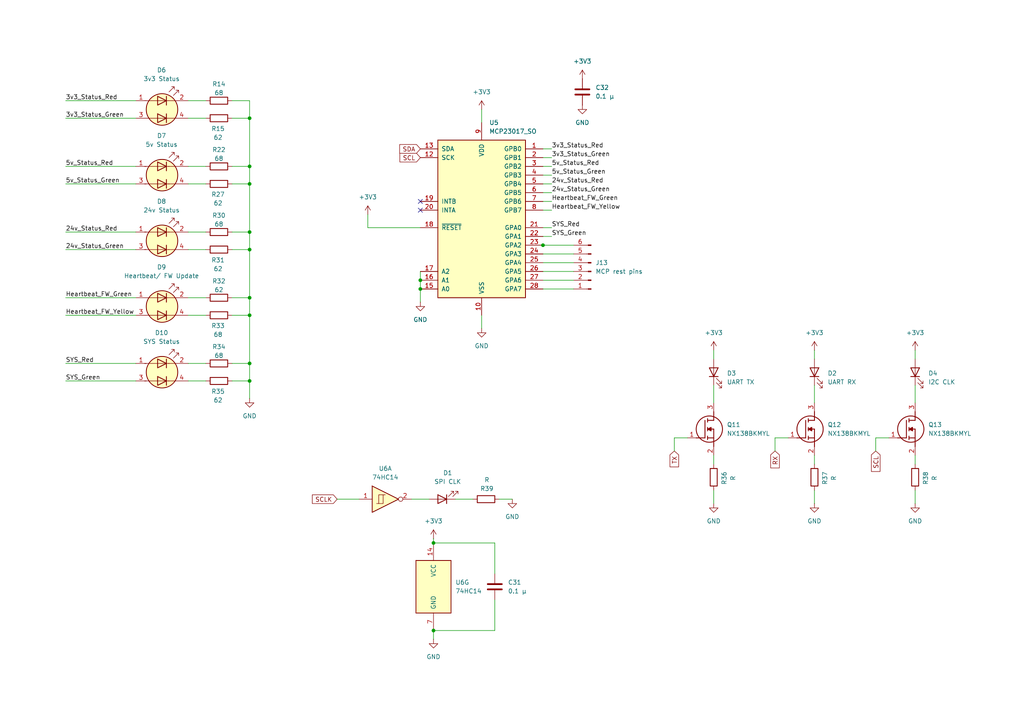
<source format=kicad_sch>
(kicad_sch (version 20231120) (generator "eeschema") (generator_version "8.0")
  (paper "A4")
  (lib_symbols
    (symbol "74xx:74HC14" (pin_names (offset 1.016))
      (property "Reference" "U" (at 0 1.27 0))
      (property "Value" "74HC14" (at 0 -1.27 0))
      (symbol "74HC14_1_0"
        (polyline (pts (xy -3.81 3.81) (xy -3.81 -3.81) (xy 3.81 0) (xy -3.81 3.81)) (stroke (width 0.254)) (fill (type background)))
        (pin input line (at -7.62 0 0) (length 3.81) (name "~") (number "1"))
        (pin output inverted (at 7.62 0 180) (length 3.81) (name "~") (number "2"))
      )
      (symbol "74HC14_1_1"
        (polyline (pts (xy -1.905 -1.27) (xy -1.905 1.27) (xy -0.635 1.27)))
        (polyline (pts (xy -2.54 -1.27) (xy -0.635 -1.27) (xy -0.635 1.27) (xy 0 1.27)))
      )
      (symbol "74HC14_2_0"
        (polyline (pts (xy -3.81 3.81) (xy -3.81 -3.81) (xy 3.81 0) (xy -3.81 3.81)) (stroke (width 0.254)) (fill (type background)))
        (pin input line (at -7.62 0 0) (length 3.81) (name "~") (number "3"))
        (pin output inverted (at 7.62 0 180) (length 3.81) (name "~") (number "4"))
      )
      (symbol "74HC14_2_1"
        (polyline (pts (xy -1.905 -1.27) (xy -1.905 1.27) (xy -0.635 1.27)))
        (polyline (pts (xy -2.54 -1.27) (xy -0.635 -1.27) (xy -0.635 1.27) (xy 0 1.27)))
      )
      (symbol "74HC14_3_0"
        (polyline (pts (xy -3.81 3.81) (xy -3.81 -3.81) (xy 3.81 0) (xy -3.81 3.81)) (stroke (width 0.254)) (fill (type background)))
        (pin input line (at -7.62 0 0) (length 3.81) (name "~") (number "5"))
        (pin output inverted (at 7.62 0 180) (length 3.81) (name "~") (number "6"))
      )
      (symbol "74HC14_3_1"
        (polyline (pts (xy -1.905 -1.27) (xy -1.905 1.27) (xy -0.635 1.27)))
        (polyline (pts (xy -2.54 -1.27) (xy -0.635 -1.27) (xy -0.635 1.27) (xy 0 1.27)))
      )
      (symbol "74HC14_4_0"
        (polyline (pts (xy -3.81 3.81) (xy -3.81 -3.81) (xy 3.81 0) (xy -3.81 3.81)) (stroke (width 0.254)) (fill (type background)))
        (pin output inverted (at 7.62 0 180) (length 3.81) (name "~") (number "8"))
        (pin input line (at -7.62 0 0) (length 3.81) (name "~") (number "9"))
      )
      (symbol "74HC14_4_1"
        (polyline (pts (xy -1.905 -1.27) (xy -1.905 1.27) (xy -0.635 1.27)))
        (polyline (pts (xy -2.54 -1.27) (xy -0.635 -1.27) (xy -0.635 1.27) (xy 0 1.27)))
      )
      (symbol "74HC14_5_0"
        (polyline (pts (xy -3.81 3.81) (xy -3.81 -3.81) (xy 3.81 0) (xy -3.81 3.81)) (stroke (width 0.254)) (fill (type background)))
        (pin output inverted (at 7.62 0 180) (length 3.81) (name "~") (number "10"))
        (pin input line (at -7.62 0 0) (length 3.81) (name "~") (number "11"))
      )
      (symbol "74HC14_5_1"
        (polyline (pts (xy -1.905 -1.27) (xy -1.905 1.27) (xy -0.635 1.27)))
        (polyline (pts (xy -2.54 -1.27) (xy -0.635 -1.27) (xy -0.635 1.27) (xy 0 1.27)))
      )
      (symbol "74HC14_6_0"
        (polyline (pts (xy -3.81 3.81) (xy -3.81 -3.81) (xy 3.81 0) (xy -3.81 3.81)) (stroke (width 0.254)) (fill (type background)))
        (pin output inverted (at 7.62 0 180) (length 3.81) (name "~") (number "12"))
        (pin input line (at -7.62 0 0) (length 3.81) (name "~") (number "13"))
      )
      (symbol "74HC14_6_1"
        (polyline (pts (xy -1.905 -1.27) (xy -1.905 1.27) (xy -0.635 1.27)))
        (polyline (pts (xy -2.54 -1.27) (xy -0.635 -1.27) (xy -0.635 1.27) (xy 0 1.27)))
      )
      (symbol "74HC14_7_0"
        (pin power_in line (at 0 12.7 270) (length 5.08) (name "VCC") (number "14"))
        (pin power_in line (at 0 -12.7 90) (length 5.08) (name "GND") (number "7"))
      )
      (symbol "74HC14_7_1"
        (rectangle (start -5.08 7.62) (end 5.08 -7.62) (stroke (width 0.254)) (fill (type background)))
      )
    )
    (symbol "Connector:Conn_01x06_Pin" (pin_names (offset 1.016) hide)
      (property "Reference" "J" (at 0 7.62 0))
      (property "Value" "Conn_01x06_Pin" (at 0 -10.16 0))
      (symbol "Conn_01x06_Pin_1_1"
        (polyline (pts (xy 1.27 -7.62) (xy 0.8636 -7.62)) (stroke (width 0.1524)))
        (polyline (pts (xy 1.27 -5.08) (xy 0.8636 -5.08)) (stroke (width 0.1524)))
        (polyline (pts (xy 1.27 -2.54) (xy 0.8636 -2.54)) (stroke (width 0.1524)))
        (polyline (pts (xy 1.27 0) (xy 0.8636 0)) (stroke (width 0.1524)))
        (polyline (pts (xy 1.27 2.54) (xy 0.8636 2.54)) (stroke (width 0.1524)))
        (polyline (pts (xy 1.27 5.08) (xy 0.8636 5.08)) (stroke (width 0.1524)))
        (rectangle (start 0.8636 -7.493) (end 0 -7.747) (stroke (width 0.1524)) (fill (type outline)))
        (rectangle (start 0.8636 -4.953) (end 0 -5.207) (stroke (width 0.1524)) (fill (type outline)))
        (rectangle (start 0.8636 -2.413) (end 0 -2.667) (stroke (width 0.1524)) (fill (type outline)))
        (rectangle (start 0.8636 0.127) (end 0 -0.127) (stroke (width 0.1524)) (fill (type outline)))
        (rectangle (start 0.8636 2.667) (end 0 2.413) (stroke (width 0.1524)) (fill (type outline)))
        (rectangle (start 0.8636 5.207) (end 0 4.953) (stroke (width 0.1524)) (fill (type outline)))
        (pin passive line (at 5.08 5.08 180) (length 3.81) (name "Pin_1") (number "1"))
        (pin passive line (at 5.08 2.54 180) (length 3.81) (name "Pin_2") (number "2"))
        (pin passive line (at 5.08 0 180) (length 3.81) (name "Pin_3") (number "3"))
        (pin passive line (at 5.08 -2.54 180) (length 3.81) (name "Pin_4") (number "4"))
        (pin passive line (at 5.08 -5.08 180) (length 3.81) (name "Pin_5") (number "5"))
        (pin passive line (at 5.08 -7.62 180) (length 3.81) (name "Pin_6") (number "6"))
      )
    )
    (symbol "Device:C" (pin_numbers hide) (pin_names (offset 0.254))
      (property "Reference" "C" (at 0.635 2.54 0))
      (property "Value" "C" (at 0.635 -2.54 0))
      (symbol "C_0_1"
        (polyline (pts (xy -2.032 -0.762) (xy 2.032 -0.762)) (stroke (width 0.508)))
        (polyline (pts (xy -2.032 0.762) (xy 2.032 0.762)) (stroke (width 0.508)))
      )
      (symbol "C_1_1"
        (pin passive line (at 0 3.81 270) (length 2.794) (name "~") (number "1"))
        (pin passive line (at 0 -3.81 90) (length 2.794) (name "~") (number "2"))
      )
    )
    (symbol "Device:LED" (pin_numbers hide) (pin_names (offset 1.016) hide)
      (property "Reference" "D" (at 0 2.54 0))
      (property "Value" "LED" (at 0 -2.54 0))
      (symbol "LED_0_1"
        (polyline (pts (xy -1.27 -1.27) (xy -1.27 1.27)) (stroke (width 0.254)))
        (polyline (pts (xy -1.27 0) (xy 1.27 0)))
        (polyline (pts (xy 1.27 -1.27) (xy 1.27 1.27) (xy -1.27 0) (xy 1.27 -1.27)) (stroke (width 0.254)))
        (polyline (pts (xy -3.048 -0.762) (xy -4.572 -2.286) (xy -3.81 -2.286) (xy -4.572 -2.286) (xy -4.572 -1.524)))
        (polyline (pts (xy -1.778 -0.762) (xy -3.302 -2.286) (xy -2.54 -2.286) (xy -3.302 -2.286) (xy -3.302 -1.524)))
      )
      (symbol "LED_1_1"
        (pin passive line (at -3.81 0 0) (length 2.54) (name "K") (number "1"))
        (pin passive line (at 3.81 0 180) (length 2.54) (name "A") (number "2"))
      )
    )
    (symbol "Device:LED_Dual_AKAK" (pin_names (offset 0) hide)
      (property "Reference" "D" (at 0 5.715 0))
      (property "Value" "LED_Dual_AKAK" (at 0 -6.35 0))
      (symbol "LED_Dual_AKAK_0_1"
        (polyline (pts (xy -5.08 -2.54) (xy 2.032 -2.54)))
        (polyline (pts (xy -5.08 2.54) (xy 2.032 2.54)))
        (polyline (pts (xy 1.27 -1.27) (xy 1.27 -3.81)) (stroke (width 0.254)))
        (polyline (pts (xy 1.27 3.81) (xy 1.27 1.27)) (stroke (width 0.254)))
        (polyline (pts (xy 3.81 -2.54) (xy 1.905 -2.54)))
        (polyline (pts (xy 3.81 2.54) (xy 1.905 2.54)))
        (polyline (pts (xy -1.27 -1.27) (xy -1.27 -3.81) (xy 1.27 -2.54) (xy -1.27 -1.27)) (stroke (width 0.254)))
        (polyline (pts (xy -1.27 3.81) (xy -1.27 1.27) (xy 1.27 2.54) (xy -1.27 3.81)) (stroke (width 0.254)))
        (polyline (pts (xy 2.032 5.08) (xy 3.556 6.604) (xy 2.794 6.604) (xy 3.556 6.604) (xy 3.556 5.842)))
        (polyline (pts (xy 3.302 4.064) (xy 4.826 5.588) (xy 4.064 5.588) (xy 4.826 5.588) (xy 4.826 4.826)))
        (circle (center 0 0) (radius 4.572) (stroke (width 0.254)) (fill (type background)))
      )
      (symbol "LED_Dual_AKAK_1_1"
        (pin input line (at -7.62 2.54 0) (length 3.048) (name "A1") (number "1"))
        (pin input line (at 7.62 2.54 180) (length 3.81) (name "K1") (number "2"))
        (pin input line (at -7.62 -2.54 0) (length 3.048) (name "A2") (number "3"))
        (pin input line (at 7.62 -2.54 180) (length 3.81) (name "K2") (number "4"))
      )
    )
    (symbol "Device:R" (pin_numbers hide) (pin_names (offset 0))
      (property "Reference" "R" (at 2.032 0 90))
      (property "Value" "R" (at 0 0 90))
      (symbol "R_0_1"
        (rectangle (start -1.016 -2.54) (end 1.016 2.54) (stroke (width 0.254)))
      )
      (symbol "R_1_1"
        (pin passive line (at 0 3.81 270) (length 1.27) (name "~") (number "1"))
        (pin passive line (at 0 -3.81 90) (length 1.27) (name "~") (number "2"))
      )
    )
    (symbol "Interface_Expansion:MCP23017_SO" (pin_names (offset 1.016))
      (property "Reference" "U" (at -11.43 24.13 0))
      (property "Value" "MCP23017_SO" (at 0 0 0))
      (symbol "MCP23017_SO_0_1"
        (rectangle (start -12.7 22.86) (end 12.7 -22.86) (stroke (width 0.254)) (fill (type background)))
      )
      (symbol "MCP23017_SO_1_1"
        (pin bidirectional line (at 17.78 20.32 180) (length 5.08) (name "GPB0") (number "1"))
        (pin power_in line (at 0 -27.94 90) (length 5.08) (name "VSS") (number "10"))
        (pin no_connect line (at -12.7 15.24 0) (length 5.08) hide (name "NC") (number "11"))
        (pin input line (at -17.78 17.78 0) (length 5.08) (name "SCK") (number "12"))
        (pin bidirectional line (at -17.78 20.32 0) (length 5.08) (name "SDA") (number "13"))
        (pin no_connect line (at -12.7 12.7 0) (length 5.08) hide (name "NC") (number "14"))
        (pin input line (at -17.78 -20.32 0) (length 5.08) (name "A0") (number "15"))
        (pin input line (at -17.78 -17.78 0) (length 5.08) (name "A1") (number "16"))
        (pin input line (at -17.78 -15.24 0) (length 5.08) (name "A2") (number "17"))
        (pin input line (at -17.78 -2.54 0) (length 5.08) (name "~{RESET}") (number "18"))
        (pin tri_state line (at -17.78 5.08 0) (length 5.08) (name "INTB") (number "19"))
        (pin bidirectional line (at 17.78 17.78 180) (length 5.08) (name "GPB1") (number "2"))
        (pin tri_state line (at -17.78 2.54 0) (length 5.08) (name "INTA") (number "20"))
        (pin bidirectional line (at 17.78 -2.54 180) (length 5.08) (name "GPA0") (number "21"))
        (pin bidirectional line (at 17.78 -5.08 180) (length 5.08) (name "GPA1") (number "22"))
        (pin bidirectional line (at 17.78 -7.62 180) (length 5.08) (name "GPA2") (number "23"))
        (pin bidirectional line (at 17.78 -10.16 180) (length 5.08) (name "GPA3") (number "24"))
        (pin bidirectional line (at 17.78 -12.7 180) (length 5.08) (name "GPA4") (number "25"))
        (pin bidirectional line (at 17.78 -15.24 180) (length 5.08) (name "GPA5") (number "26"))
        (pin bidirectional line (at 17.78 -17.78 180) (length 5.08) (name "GPA6") (number "27"))
        (pin output line (at 17.78 -20.32 180) (length 5.08) (name "GPA7") (number "28"))
        (pin bidirectional line (at 17.78 15.24 180) (length 5.08) (name "GPB2") (number "3"))
        (pin bidirectional line (at 17.78 12.7 180) (length 5.08) (name "GPB3") (number "4"))
        (pin bidirectional line (at 17.78 10.16 180) (length 5.08) (name "GPB4") (number "5"))
        (pin bidirectional line (at 17.78 7.62 180) (length 5.08) (name "GPB5") (number "6"))
        (pin bidirectional line (at 17.78 5.08 180) (length 5.08) (name "GPB6") (number "7"))
        (pin output line (at 17.78 2.54 180) (length 5.08) (name "GPB7") (number "8"))
        (pin power_in line (at 0 27.94 270) (length 5.08) (name "VDD") (number "9"))
      )
    )
    (symbol "misc:NX138BKMYL" (pin_names hide)
      (property "Reference" "Q" (at 11.43 3.81 0))
      (property "Value" "NX138BKMYL" (at 11.43 1.27 0))
      (symbol "NX138BKMYL_1_1"
        (polyline (pts (xy 2.54 0) (xy 5.08 0)) (stroke (width 0.254)))
        (polyline (pts (xy 5.08 5.08) (xy 5.08 0)) (stroke (width 0.254)))
        (polyline (pts (xy 5.842 -0.508) (xy 5.842 0.508)) (stroke (width 0.254)))
        (polyline (pts (xy 5.842 0) (xy 7.62 0)) (stroke (width 0.254)))
        (polyline (pts (xy 5.842 2.032) (xy 5.842 3.048)) (stroke (width 0.254)))
        (polyline (pts (xy 5.842 5.588) (xy 5.842 4.572)) (stroke (width 0.254)))
        (polyline (pts (xy 7.62 2.54) (xy 5.842 2.54)) (stroke (width 0.254)))
        (polyline (pts (xy 7.62 2.54) (xy 7.62 -2.54)) (stroke (width 0.254)))
        (polyline (pts (xy 7.62 5.08) (xy 5.842 5.08)) (stroke (width 0.254)))
        (polyline (pts (xy 7.62 5.08) (xy 7.62 7.62)) (stroke (width 0.254)))
        (polyline (pts (xy 5.842 2.54) (xy 6.858 3.048) (xy 6.858 2.032) (xy 5.842 2.54)) (stroke (width 0.254)) (fill (type outline)))
        (circle (center 6.35 2.54) (radius 3.81) (stroke (width 0.254)))
        (pin passive line (at 0 0 0) (length 2.54) (name "G") (number "1"))
        (pin passive line (at 7.62 -5.08 90) (length 2.54) (name "S") (number "2"))
        (pin passive line (at 7.62 10.16 270) (length 2.54) (name "D") (number "3"))
      )
    )
    (symbol "power:+3V3" (power) (pin_numbers hide) (pin_names (offset 0) hide)
      (property "Value" "+3V3" (at 0 3.556 0))
      (symbol "+3V3_0_1"
        (polyline (pts (xy -0.762 1.27) (xy 0 2.54)))
        (polyline (pts (xy 0 0) (xy 0 2.54)))
        (polyline (pts (xy 0 2.54) (xy 0.762 1.27)))
      )
      (symbol "+3V3_1_1"
        (pin power_in line (at 0 0 90) (length 0) (name "~") (number "1"))
      )
    )
    (symbol "power:GND" (power) (pin_numbers hide) (pin_names (offset 0) hide)
      (property "Value" "GND" (at 0 -3.81 0))
      (symbol "GND_0_1"
        (polyline (pts (xy 0 0) (xy 0 -1.27) (xy 1.27 -1.27) (xy 0 -2.54) (xy -1.27 -1.27) (xy 0 -1.27)))
      )
      (symbol "GND_1_1"
        (pin power_in line (at 0 0 270) (length 0) (name "~") (number "1"))
      )
    )
  )
  (junction (at 72.39 105.41))
  (junction (at 72.39 91.44))
  (junction (at 72.39 86.36))
  (junction (at 121.92 83.82))
  (junction (at 72.39 48.26))
  (junction (at 125.73 182.88))
  (junction (at 72.39 72.39))
  (junction (at 121.92 81.28))
  (junction (at 72.39 67.31))
  (junction (at 157.48 71.12))
  (junction (at 125.73 157.48))
  (junction (at 72.39 110.49))
  (junction (at 72.39 53.34))
  (junction (at 72.39 34.29))
  (no_connect (at 121.92 60.96))
  (no_connect (at 121.92 58.42))
  (wire (pts (xy 72.39 86.36) (xy 67.31 86.36)))
  (wire (pts (xy 166.37 71.12) (xy 157.48 71.12)))
  (wire (pts (xy 59.69 86.36) (xy 54.61 86.36)))
  (wire (pts (xy 72.39 72.39) (xy 72.39 86.36)))
  (wire (pts (xy 121.92 78.74) (xy 121.92 81.28)))
  (wire (pts (xy 72.39 110.49) (xy 72.39 115.57)))
  (wire (pts (xy 236.22 111.76) (xy 236.22 116.84)))
  (wire (pts (xy 72.39 91.44) (xy 67.31 91.44)))
  (wire (pts (xy 72.39 29.21) (xy 72.39 34.29)))
  (wire (pts (xy 72.39 72.39) (xy 67.31 72.39)))
  (wire (pts (xy 72.39 105.41) (xy 72.39 110.49)))
  (wire (pts (xy 265.43 132.08) (xy 265.43 134.62)))
  (wire (pts (xy 19.05 110.49) (xy 39.37 110.49)))
  (wire (pts (xy 125.73 156.21) (xy 125.73 157.48)))
  (wire (pts (xy 72.39 48.26) (xy 67.31 48.26)))
  (wire (pts (xy 157.48 55.88) (xy 160.02 55.88)))
  (wire (pts (xy 148.59 144.78) (xy 144.78 144.78)))
  (wire (pts (xy 72.39 29.21) (xy 67.31 29.21)))
  (wire (pts (xy 157.48 60.96) (xy 160.02 60.96)))
  (wire (pts (xy 72.39 53.34) (xy 72.39 67.31)))
  (wire (pts (xy 19.05 72.39) (xy 39.37 72.39)))
  (wire (pts (xy 72.39 48.26) (xy 72.39 53.34)))
  (wire (pts (xy 236.22 142.24) (xy 236.22 146.05)))
  (wire (pts (xy 254 130.81) (xy 254 127)))
  (wire (pts (xy 254 127) (xy 257.81 127)))
  (wire (pts (xy 157.48 83.82) (xy 166.37 83.82)))
  (wire (pts (xy 132.08 144.78) (xy 137.16 144.78)))
  (wire (pts (xy 207.01 101.6) (xy 207.01 104.14)))
  (wire (pts (xy 139.7 31.75) (xy 139.7 35.56)))
  (wire (pts (xy 72.39 110.49) (xy 67.31 110.49)))
  (wire (pts (xy 119.38 144.78) (xy 124.46 144.78)))
  (wire (pts (xy 19.05 34.29) (xy 39.37 34.29)))
  (wire (pts (xy 19.05 86.36) (xy 39.37 86.36)))
  (wire (pts (xy 265.43 111.76) (xy 265.43 116.84)))
  (wire (pts (xy 72.39 86.36) (xy 72.39 91.44)))
  (wire (pts (xy 72.39 34.29) (xy 72.39 48.26)))
  (wire (pts (xy 19.05 48.26) (xy 39.37 48.26)))
  (wire (pts (xy 157.48 53.34) (xy 160.02 53.34)))
  (wire (pts (xy 19.05 105.41) (xy 39.37 105.41)))
  (wire (pts (xy 97.79 144.78) (xy 104.14 144.78)))
  (wire (pts (xy 265.43 142.24) (xy 265.43 146.05)))
  (wire (pts (xy 19.05 91.44) (xy 39.37 91.44)))
  (wire (pts (xy 157.48 50.8) (xy 160.02 50.8)))
  (wire (pts (xy 224.79 130.81) (xy 224.79 127)))
  (wire (pts (xy 157.48 66.04) (xy 160.02 66.04)))
  (wire (pts (xy 59.69 48.26) (xy 54.61 48.26)))
  (wire (pts (xy 236.22 101.6) (xy 236.22 104.14)))
  (wire (pts (xy 59.69 67.31) (xy 54.61 67.31)))
  (wire (pts (xy 166.37 73.66) (xy 157.48 73.66)))
  (wire (pts (xy 157.48 78.74) (xy 166.37 78.74)))
  (wire (pts (xy 195.58 127) (xy 199.39 127)))
  (wire (pts (xy 59.69 34.29) (xy 54.61 34.29)))
  (wire (pts (xy 19.05 29.21) (xy 39.37 29.21)))
  (wire (pts (xy 207.01 111.76) (xy 207.01 116.84)))
  (wire (pts (xy 121.92 87.63) (xy 121.92 83.82)))
  (wire (pts (xy 72.39 34.29) (xy 67.31 34.29)))
  (wire (pts (xy 236.22 132.08) (xy 236.22 134.62)))
  (wire (pts (xy 143.51 166.37) (xy 143.51 157.48)))
  (wire (pts (xy 72.39 67.31) (xy 67.31 67.31)))
  (wire (pts (xy 157.48 76.2) (xy 166.37 76.2)))
  (wire (pts (xy 157.48 81.28) (xy 166.37 81.28)))
  (wire (pts (xy 59.69 72.39) (xy 54.61 72.39)))
  (wire (pts (xy 19.05 53.34) (xy 39.37 53.34)))
  (wire (pts (xy 139.7 95.25) (xy 139.7 91.44)))
  (wire (pts (xy 72.39 67.31) (xy 72.39 72.39)))
  (wire (pts (xy 59.69 105.41) (xy 54.61 105.41)))
  (wire (pts (xy 72.39 91.44) (xy 72.39 105.41)))
  (wire (pts (xy 143.51 157.48) (xy 125.73 157.48)))
  (wire (pts (xy 265.43 101.6) (xy 265.43 104.14)))
  (wire (pts (xy 59.69 91.44) (xy 54.61 91.44)))
  (wire (pts (xy 143.51 173.99) (xy 143.51 182.88)))
  (wire (pts (xy 59.69 110.49) (xy 54.61 110.49)))
  (wire (pts (xy 157.48 58.42) (xy 160.02 58.42)))
  (wire (pts (xy 156.21 71.12) (xy 157.48 71.12)))
  (wire (pts (xy 19.05 67.31) (xy 39.37 67.31)))
  (wire (pts (xy 207.01 142.24) (xy 207.01 146.05)))
  (wire (pts (xy 72.39 53.34) (xy 67.31 53.34)))
  (wire (pts (xy 125.73 185.42) (xy 125.73 182.88)))
  (wire (pts (xy 59.69 53.34) (xy 54.61 53.34)))
  (wire (pts (xy 106.68 62.23) (xy 106.68 66.04)))
  (wire (pts (xy 106.68 66.04) (xy 121.92 66.04)))
  (wire (pts (xy 157.48 68.58) (xy 160.02 68.58)))
  (wire (pts (xy 72.39 105.41) (xy 67.31 105.41)))
  (wire (pts (xy 157.48 43.18) (xy 160.02 43.18)))
  (wire (pts (xy 195.58 130.81) (xy 195.58 127)))
  (wire (pts (xy 157.48 48.26) (xy 160.02 48.26)))
  (wire (pts (xy 224.79 127) (xy 228.6 127)))
  (wire (pts (xy 157.48 45.72) (xy 160.02 45.72)))
  (wire (pts (xy 59.69 29.21) (xy 54.61 29.21)))
  (wire (pts (xy 121.92 81.28) (xy 121.92 83.82)))
  (wire (pts (xy 143.51 182.88) (xy 125.73 182.88)))
  (wire (pts (xy 207.01 132.08) (xy 207.01 134.62)))
  (label "24v_Status_Green" (at 160.02 55.88 0))
  (label "SYS_Green" (at 160.02 68.58 0))
  (label "Heartbeat_FW_Yellow" (at 19.05 91.44 0))
  (label "3v3_Status_Red" (at 19.05 29.21 0))
  (label "SYS_Green" (at 19.05 110.49 0))
  (label "5v_Status_Red" (at 19.05 48.26 0))
  (label "SYS_Red" (at 160.02 66.04 0))
  (label "24v_Status_Red" (at 19.05 67.31 0))
  (label "SYS_Red" (at 19.05 105.41 0))
  (label "Heartbeat_FW_Green" (at 19.05 86.36 0))
  (label "Heartbeat_FW_Yellow" (at 160.02 60.96 0))
  (label "24v_Status_Green" (at 19.05 72.39 0))
  (label "3v3_Status_Green" (at 19.05 34.29 0))
  (label "5v_Status_Red" (at 160.02 48.26 0))
  (label "5v_Status_Green" (at 19.05 53.34 0))
  (label "24v_Status_Red" (at 160.02 53.34 0))
  (label "Heartbeat_FW_Green" (at 160.02 58.42 0))
  (label "3v3_Status_Red" (at 160.02 43.18 0))
  (label "5v_Status_Green" (at 160.02 50.8 0))
  (label "3v3_Status_Green" (at 160.02 45.72 0))
  (global_label "RX" (shape input) (at 224.79 130.81 270) (property "Intersheetrefs" "${INTERSHEET_REFS}" (effects (hide yes))))
  (global_label "SCLK" (shape input) (at 97.79 144.78 180) (property "Intersheetrefs" "${INTERSHEET_REFS}" (effects (hide yes))))
  (global_label "SCL" (shape input) (at 254 130.81 270) (property "Intersheetrefs" "${INTERSHEET_REFS}" (effects (hide yes))))
  (global_label "SDA" (shape input) (at 121.92 43.18 180) (property "Intersheetrefs" "${INTERSHEET_REFS}" (effects (hide yes))))
  (global_label "TX" (shape input) (at 195.58 130.81 270) (property "Intersheetrefs" "${INTERSHEET_REFS}" (effects (hide yes))))
  (global_label "SCL" (shape input) (at 121.92 45.72 180) (property "Intersheetrefs" "${INTERSHEET_REFS}" (effects (hide yes))))
  (symbol (lib_id "power:GND") (at 168.91 30.48 0) (unit 1)
    (property "Reference" "#PWR0118" (effects (hide yes)))
    (property "Value" "GND" (at 168.91 35.56 0))
    (property "Description" "Power symbol creates a global label with name \"GND\" , ground" (effects (hide yes)))
  )
  (symbol (lib_id "Device:LED") (at 236.22 107.95 90) (unit 1)
    (property "Reference" "D2" (at 240.03 108.2674 90) (effects (justify right)))
    (property "Value" "UART RX" (at 240.03 110.8074 90) (effects (justify right)))
    (property "Footprint" "LED_SMD:LED_0805_2012Metric" (effects (hide yes)))
    (property "Description" "Light emitting diode" (effects (hide yes)))
    (property "Sim.Pins" "1=K 2=A" (effects (hide yes)))
  )
  (symbol (lib_id "Device:LED_Dual_AKAK") (at 46.99 107.95 0) (unit 1)
    (property "Reference" "D10" (at 46.863 96.52 0))
    (property "Value" "SYS Status" (at 46.863 99.06 0))
    (property "Footprint" "custom:APBA2006SURKCGKC" (effects (hide yes)))
    (property "Datasheet" "https://www.mouser.de/datasheet/2/216/APBA2006SURKCGKC-3372046.pdf" (effects (hide yes)))
    (property "Description" "Dual LED, cathodes on pins 2 and 4" (effects (hide yes)))
  )
  (symbol (lib_id "Device:R") (at 236.22 138.43 0) (unit 1)
    (property "Reference" "R37" (at 239.268 138.684 90))
    (property "Value" "R" (at 241.808 138.684 90))
    (property "Footprint" "Resistor_SMD:R_0603_1608Metric" (effects (hide yes)))
    (property "Description" "Resistor" (effects (hide yes)))
  )
  (symbol (lib_id "misc:NX138BKMYL") (at 257.81 127 0) (unit 1)
    (property "Reference" "Q13" (at 269.24 123.1899 0) (effects (justify left)))
    (property "Value" "NX138BKMYL" (at 269.24 125.7299 0) (effects (justify left)))
    (property "Footprint" "custom:NX138BKMYL" (effects (hide yes)))
    (property "Datasheet" "https://assets.nexperia.com/documents/data-sheet/NX138BKM.pdf" (effects (hide yes)))
    (property "Description" "N-Channel 60 V 380mA (Ta) 380mW (Ta), 2.8W (Tc) Surface Mount SOT-883" (effects (hide yes)))
    (property "Height" "0.5" (effects (hide yes)))
    (property "Mouser Part Number" "771-NX138BKMYL" (effects (hide yes)))
    (property "Mouser Price/Stock" "https://www.mouser.co.uk/ProductDetail/Nexperia/NX138BKMYL?qs=zW32dvEIR3uB50xZu9DH6A%3D%3D" (effects (hide yes)))
    (property "Manufacturer_Name" "Nexperia" (effects (hide yes)))
    (property "Manufacturer_Part_Number" "NX138BKMYL" (effects (hide yes)))
  )
  (symbol (lib_id "power:+3V3") (at 139.7 31.75 0) (unit 1)
    (property "Reference" "#PWR097" (effects (hide yes)))
    (property "Value" "+3V3" (at 139.7 26.67 0))
    (property "Description" "Power symbol creates a global label with name \"+3V3\"" (effects (hide yes)))
  )
  (symbol (lib_id "Device:LED_Dual_AKAK") (at 46.99 88.9 0) (unit 1)
    (property "Reference" "D9" (at 46.863 77.47 0))
    (property "Value" "Heartbeat/ FW Update" (at 46.863 80.01 0))
    (property "Footprint" "custom:APBA2006SURKCGKC" (effects (hide yes)))
    (property "Datasheet" "https://www.mouser.de/datasheet/2/216/APBA2006SYKCGKC-3372067.pdf" (effects (hide yes)))
    (property "Description" "Dual LED, cathodes on pins 2 and 4" (effects (hide yes)))
  )
  (symbol (lib_id "power:GND") (at 148.59 144.78 0) (unit 1)
    (property "Reference" "#PWR0108" (effects (hide yes)))
    (property "Value" "GND" (at 148.59 149.86 0))
    (property "Description" "Power symbol creates a global label with name \"GND\" , ground" (effects (hide yes)))
  )
  (symbol (lib_id "Device:LED") (at 128.27 144.78 180) (unit 1)
    (property "Reference" "D1" (at 129.8575 137.16 0))
    (property "Value" "SPI CLK" (at 129.8575 139.7 0))
    (property "Footprint" "LED_SMD:LED_0805_2012Metric" (effects (hide yes)))
    (property "Description" "Light emitting diode" (effects (hide yes)))
    (property "Sim.Pins" "1=K 2=A" (effects (hide yes)))
  )
  (symbol (lib_id "Device:R") (at 63.5 72.39 270) (unit 1)
    (property "Reference" "R31" (at 63.246 75.438 90))
    (property "Value" "62" (at 63.246 77.978 90))
    (property "Footprint" "Resistor_SMD:R_0603_1608Metric" (effects (hide yes)))
    (property "Description" "Resistor" (effects (hide yes)))
  )
  (symbol (lib_id "Device:LED_Dual_AKAK") (at 46.99 69.85 0) (unit 1)
    (property "Reference" "D8" (at 46.863 58.42 0))
    (property "Value" "24v Status" (at 46.863 60.96 0))
    (property "Footprint" "custom:APBA2006SURKCGKC" (effects (hide yes)))
    (property "Datasheet" "https://www.mouser.de/datasheet/2/216/APBA2006SURKCGKC-3372046.pdf" (effects (hide yes)))
    (property "Description" "Dual LED, cathodes on pins 2 and 4" (effects (hide yes)))
  )
  (symbol (lib_id "Device:R") (at 63.5 34.29 270) (unit 1)
    (property "Reference" "R15" (at 63.246 37.338 90))
    (property "Value" "62" (at 63.246 39.878 90))
    (property "Footprint" "Resistor_SMD:R_0603_1608Metric" (effects (hide yes)))
    (property "Description" "Resistor" (effects (hide yes)))
  )
  (symbol (lib_id "Device:R") (at 265.43 138.43 0) (unit 1)
    (property "Reference" "R38" (at 268.478 138.684 90))
    (property "Value" "R" (at 271.018 138.684 90))
    (property "Footprint" "Resistor_SMD:R_0603_1608Metric" (effects (hide yes)))
    (property "Description" "Resistor" (effects (hide yes)))
  )
  (symbol (lib_id "power:GND") (at 236.22 146.05 0) (unit 1)
    (property "Reference" "#PWR0103" (effects (hide yes)))
    (property "Value" "GND" (at 236.22 151.13 0))
    (property "Description" "Power symbol creates a global label with name \"GND\" , ground" (effects (hide yes)))
  )
  (symbol (lib_id "power:GND") (at 207.01 146.05 0) (unit 1)
    (property "Reference" "#PWR0102" (effects (hide yes)))
    (property "Value" "GND" (at 207.01 151.13 0))
    (property "Description" "Power symbol creates a global label with name \"GND\" , ground" (effects (hide yes)))
  )
  (symbol (lib_id "Device:LED_Dual_AKAK") (at 46.99 50.8 0) (unit 1)
    (property "Reference" "D7" (at 46.863 39.37 0))
    (property "Value" "5v Status" (at 46.863 41.91 0))
    (property "Footprint" "custom:APBA2006SURKCGKC" (effects (hide yes)))
    (property "Datasheet" "https://www.mouser.de/datasheet/2/216/APBA2006SURKCGKC-3372046.pdf" (effects (hide yes)))
    (property "Description" "Dual LED, cathodes on pins 2 and 4" (effects (hide yes)))
  )
  (symbol (lib_id "power:+3V3") (at 207.01 101.6 0) (unit 1)
    (property "Reference" "#PWR0105" (effects (hide yes)))
    (property "Value" "+3V3" (at 207.01 96.52 0))
    (property "Description" "Power symbol creates a global label with name \"+3V3\"" (effects (hide yes)))
  )
  (symbol (lib_id "Device:C") (at 143.51 170.18 0) (unit 1)
    (property "Reference" "C31" (at 147.32 168.9099 0) (effects (justify left)))
    (property "Value" "0.1 μ" (at 147.32 171.4499 0) (effects (justify left)))
    (property "Footprint" "Capacitor_SMD:C_0603_1608Metric" (effects (hide yes)))
    (property "Description" "Unpolarized capacitor" (effects (hide yes)))
  )
  (symbol (lib_id "Device:R") (at 63.5 91.44 270) (unit 1)
    (property "Reference" "R33" (at 63.246 94.488 90))
    (property "Value" "68" (at 63.246 97.028 90))
    (property "Footprint" "Resistor_SMD:R_0603_1608Metric" (effects (hide yes)))
    (property "Description" "Resistor" (effects (hide yes)))
  )
  (symbol (lib_id "Device:R") (at 63.5 29.21 90) (unit 1)
    (property "Reference" "R14" (at 63.5 24.384 90))
    (property "Value" "68" (at 63.5 26.924 90))
    (property "Footprint" "Resistor_SMD:R_0603_1608Metric" (effects (hide yes)))
    (property "Description" "Resistor" (effects (hide yes)))
  )
  (symbol (lib_id "power:GND") (at 265.43 146.05 0) (unit 1)
    (property "Reference" "#PWR0104" (effects (hide yes)))
    (property "Value" "GND" (at 265.43 151.13 0))
    (property "Description" "Power symbol creates a global label with name \"GND\" , ground" (effects (hide yes)))
  )
  (symbol (lib_id "power:+3V3") (at 106.68 62.23 0) (unit 1)
    (property "Reference" "#PWR091" (effects (hide yes)))
    (property "Value" "+3V3" (at 106.68 57.15 0))
    (property "Description" "Power symbol creates a global label with name \"+3V3\"" (effects (hide yes)))
  )
  (symbol (lib_id "Connector:Conn_01x06_Pin") (at 171.45 78.74 180) (unit 1)
    (property "Reference" "J13" (at 172.72 76.1999 0) (effects (justify right)))
    (property "Value" "MCP rest pins" (at 172.72 78.7399 0) (effects (justify right)))
    (property "Footprint" "Connector_PinHeader_2.54mm:PinHeader_1x06_P2.54mm_Vertical_SMD_Pin1Left" (effects (hide yes)))
    (property "Description" "Generic connector, single row, 01x06, script generated" (effects (hide yes)))
  )
  (symbol (lib_id "Device:LED_Dual_AKAK") (at 46.99 31.75 0) (unit 1)
    (property "Reference" "D6" (at 46.863 20.32 0))
    (property "Value" "3v3 Status" (at 46.863 22.86 0))
    (property "Footprint" "custom:APBA2006SURKCGKC" (effects (hide yes)))
    (property "Datasheet" "https://www.mouser.de/datasheet/2/216/APBA2006SURKCGKC-3372046.pdf" (effects (hide yes)))
    (property "Description" "Dual LED, cathodes on pins 2 and 4" (effects (hide yes)))
  )
  (symbol (lib_id "Device:R") (at 63.5 86.36 90) (unit 1)
    (property "Reference" "R32" (at 63.5 81.534 90))
    (property "Value" "62" (at 63.5 84.074 90))
    (property "Footprint" "Resistor_SMD:R_0603_1608Metric" (effects (hide yes)))
    (property "Description" "Resistor" (effects (hide yes)))
  )
  (symbol (lib_id "misc:NX138BKMYL") (at 199.39 127 0) (unit 1)
    (property "Reference" "Q11" (at 210.82 123.1899 0) (effects (justify left)))
    (property "Value" "NX138BKMYL" (at 210.82 125.7299 0) (effects (justify left)))
    (property "Footprint" "custom:NX138BKMYL" (effects (hide yes)))
    (property "Datasheet" "https://assets.nexperia.com/documents/data-sheet/NX138BKM.pdf" (effects (hide yes)))
    (property "Description" "N-Channel 60 V 380mA (Ta) 380mW (Ta), 2.8W (Tc) Surface Mount SOT-883" (effects (hide yes)))
    (property "Height" "0.5" (effects (hide yes)))
    (property "Mouser Part Number" "771-NX138BKMYL" (effects (hide yes)))
    (property "Mouser Price/Stock" "https://www.mouser.co.uk/ProductDetail/Nexperia/NX138BKMYL?qs=zW32dvEIR3uB50xZu9DH6A%3D%3D" (effects (hide yes)))
    (property "Manufacturer_Name" "Nexperia" (effects (hide yes)))
    (property "Manufacturer_Part_Number" "NX138BKMYL" (effects (hide yes)))
  )
  (symbol (lib_id "Device:R") (at 63.5 105.41 90) (unit 1)
    (property "Reference" "R34" (at 63.5 100.584 90))
    (property "Value" "68" (at 63.5 103.124 90))
    (property "Footprint" "Resistor_SMD:R_0603_1608Metric" (effects (hide yes)))
    (property "Description" "Resistor" (effects (hide yes)))
  )
  (symbol (lib_id "Device:R") (at 140.97 144.78 90) (unit 1)
    (property "Reference" "R39" (at 141.224 141.732 90))
    (property "Value" "R" (at 141.224 139.192 90))
    (property "Footprint" "Resistor_SMD:R_0603_1608Metric" (effects (hide yes)))
    (property "Description" "Resistor" (effects (hide yes)))
  )
  (symbol (lib_id "74xx:74HC14") (at 125.73 170.18 0) (unit 7)
    (property "Reference" "U6" (at 132.08 168.9099 0) (effects (justify left)))
    (property "Value" "74HC14" (at 132.08 171.4499 0) (effects (justify left)))
    (property "Footprint" "Package_SO:TSSOP-14_4.4x5mm_P0.65mm" (effects (hide yes)))
    (property "Datasheet" "http://www.ti.com/lit/gpn/sn74HC14" (effects (hide yes)))
    (property "Description" "Hex inverter schmitt trigger" (effects (hide yes)))
  )
  (symbol (lib_id "misc:NX138BKMYL") (at 228.6 127 0) (unit 1)
    (property "Reference" "Q12" (at 240.03 123.1899 0) (effects (justify left)))
    (property "Value" "NX138BKMYL" (at 240.03 125.7299 0) (effects (justify left)))
    (property "Footprint" "custom:NX138BKMYL" (effects (hide yes)))
    (property "Datasheet" "https://assets.nexperia.com/documents/data-sheet/NX138BKM.pdf" (effects (hide yes)))
    (property "Description" "N-Channel 60 V 380mA (Ta) 380mW (Ta), 2.8W (Tc) Surface Mount SOT-883" (effects (hide yes)))
    (property "Height" "0.5" (effects (hide yes)))
    (property "Mouser Part Number" "771-NX138BKMYL" (effects (hide yes)))
    (property "Mouser Price/Stock" "https://www.mouser.co.uk/ProductDetail/Nexperia/NX138BKMYL?qs=zW32dvEIR3uB50xZu9DH6A%3D%3D" (effects (hide yes)))
    (property "Manufacturer_Name" "Nexperia" (effects (hide yes)))
    (property "Manufacturer_Part_Number" "NX138BKMYL" (effects (hide yes)))
  )
  (symbol (lib_id "power:+3V3") (at 168.91 22.86 0) (unit 1)
    (property "Reference" "#PWR0117" (effects (hide yes)))
    (property "Value" "+3V3" (at 168.91 17.78 0))
    (property "Description" "Power symbol creates a global label with name \"+3V3\"" (effects (hide yes)))
  )
  (symbol (lib_id "Device:LED") (at 207.01 107.95 90) (unit 1)
    (property "Reference" "D3" (at 210.82 108.2674 90) (effects (justify right)))
    (property "Value" "UART TX" (at 210.82 110.8074 90) (effects (justify right)))
    (property "Footprint" "LED_SMD:LED_0805_2012Metric" (effects (hide yes)))
    (property "Description" "Light emitting diode" (effects (hide yes)))
    (property "Sim.Pins" "1=K 2=A" (effects (hide yes)))
  )
  (symbol (lib_id "74xx:74HC14") (at 111.76 144.78 0) (unit 1)
    (property "Reference" "U6" (at 111.76 135.89 0))
    (property "Value" "74HC14" (at 111.76 138.43 0))
    (property "Footprint" "Package_SO:TSSOP-14_4.4x5mm_P0.65mm" (effects (hide yes)))
    (property "Datasheet" "http://www.ti.com/lit/gpn/sn74HC14" (effects (hide yes)))
    (property "Description" "Hex inverter schmitt trigger" (effects (hide yes)))
  )
  (symbol (lib_id "power:GND") (at 125.73 185.42 0) (unit 1)
    (property "Reference" "#PWR0109" (effects (hide yes)))
    (property "Value" "GND" (at 125.73 190.5 0))
    (property "Description" "Power symbol creates a global label with name \"GND\" , ground" (effects (hide yes)))
  )
  (symbol (lib_id "Device:R") (at 63.5 53.34 270) (unit 1)
    (property "Reference" "R27" (at 63.246 56.388 90))
    (property "Value" "62" (at 63.246 58.928 90))
    (property "Footprint" "Resistor_SMD:R_0603_1608Metric" (effects (hide yes)))
    (property "Description" "Resistor" (effects (hide yes)))
  )
  (symbol (lib_id "power:+3V3") (at 236.22 101.6 0) (unit 1)
    (property "Reference" "#PWR0106" (effects (hide yes)))
    (property "Value" "+3V3" (at 236.22 96.52 0))
    (property "Description" "Power symbol creates a global label with name \"+3V3\"" (effects (hide yes)))
  )
  (symbol (lib_id "Device:R") (at 63.5 67.31 90) (unit 1)
    (property "Reference" "R30" (at 63.5 62.484 90))
    (property "Value" "68" (at 63.5 65.024 90))
    (property "Footprint" "Resistor_SMD:R_0603_1608Metric" (effects (hide yes)))
    (property "Description" "Resistor" (effects (hide yes)))
  )
  (symbol (lib_id "power:GND") (at 72.39 115.57 0) (unit 1)
    (property "Reference" "#PWR058" (effects (hide yes)))
    (property "Value" "GND" (at 72.39 120.65 0))
    (property "Description" "Power symbol creates a global label with name \"GND\" , ground" (effects (hide yes)))
  )
  (symbol (lib_id "Device:C") (at 168.91 26.67 0) (unit 1)
    (property "Reference" "C32" (at 172.72 25.3999 0) (effects (justify left)))
    (property "Value" "0.1 μ" (at 172.72 27.9399 0) (effects (justify left)))
    (property "Footprint" "Capacitor_SMD:C_0603_1608Metric" (effects (hide yes)))
    (property "Description" "Unpolarized capacitor" (effects (hide yes)))
  )
  (symbol (lib_id "power:+3V3") (at 125.73 156.21 0) (unit 1)
    (property "Reference" "#PWR0110" (effects (hide yes)))
    (property "Value" "+3V3" (at 125.73 151.13 0))
    (property "Description" "Power symbol creates a global label with name \"+3V3\"" (effects (hide yes)))
  )
  (symbol (lib_id "Device:R") (at 63.5 110.49 270) (unit 1)
    (property "Reference" "R35" (at 63.246 113.538 90))
    (property "Value" "62" (at 63.246 116.078 90))
    (property "Footprint" "Resistor_SMD:R_0603_1608Metric" (effects (hide yes)))
    (property "Description" "Resistor" (effects (hide yes)))
  )
  (symbol (lib_id "Device:R") (at 63.5 48.26 90) (unit 1)
    (property "Reference" "R22" (at 63.5 43.434 90))
    (property "Value" "68" (at 63.5 45.974 90))
    (property "Footprint" "Resistor_SMD:R_0603_1608Metric" (effects (hide yes)))
    (property "Description" "Resistor" (effects (hide yes)))
  )
  (symbol (lib_id "Device:LED") (at 265.43 107.95 90) (unit 1)
    (property "Reference" "D4" (at 269.24 108.2674 90) (effects (justify right)))
    (property "Value" "I2C CLK" (at 269.24 110.8074 90) (effects (justify right)))
    (property "Footprint" "LED_SMD:LED_0805_2012Metric" (effects (hide yes)))
    (property "Description" "Light emitting diode" (effects (hide yes)))
    (property "Sim.Pins" "1=K 2=A" (effects (hide yes)))
  )
  (symbol (lib_id "power:GND") (at 121.92 87.63 0) (unit 1)
    (property "Reference" "#PWR092" (effects (hide yes)))
    (property "Value" "GND" (at 121.92 92.71 0))
    (property "Description" "Power symbol creates a global label with name \"GND\" , ground" (effects (hide yes)))
  )
  (symbol (lib_id "Device:R") (at 207.01 138.43 0) (unit 1)
    (property "Reference" "R36" (at 210.058 138.684 90))
    (property "Value" "R" (at 212.598 138.684 90))
    (property "Footprint" "Resistor_SMD:R_0603_1608Metric" (effects (hide yes)))
    (property "Description" "Resistor" (effects (hide yes)))
  )
  (symbol (lib_id "Interface_Expansion:MCP23017_SO") (at 139.7 63.5 0) (unit 1)
    (property "Reference" "U5" (at 141.8941 35.56 0) (effects (justify left)))
    (property "Value" "MCP23017_SO" (at 141.8941 38.1 0) (effects (justify left)))
    (property "Footprint" "Package_SO:SOIC-28W_7.5x17.9mm_P1.27mm" (effects (hide yes)))
    (property "Datasheet" "https://ww1.microchip.com/downloads/aemDocuments/documents/APID/ProductDocuments/DataSheets/MCP23017-Data-Sheet-DS20001952.pdf" (effects (hide yes)))
    (property "Description" "16-bit I/O expander, I2C, interrupts, w pull-ups, GPA/B7 output only (https://microchip.my.site.com/s/article/GPA7---GPB7-Cannot-Be-Used-as-Inputs-In-MCP23017),  SOIC-28" (effects (hide yes)))
  )
  (symbol (lib_id "power:+3V3") (at 265.43 101.6 0) (unit 1)
    (property "Reference" "#PWR0107" (effects (hide yes)))
    (property "Value" "+3V3" (at 265.43 96.52 0))
    (property "Description" "Power symbol creates a global label with name \"+3V3\"" (effects (hide yes)))
  )
  (symbol (lib_id "power:GND") (at 139.7 95.25 0) (unit 1)
    (property "Reference" "#PWR098" (effects (hide yes)))
    (property "Value" "GND" (at 139.7 100.33 0))
    (property "Description" "Power symbol creates a global label with name \"GND\" , ground" (effects (hide yes)))
  )
)
</source>
